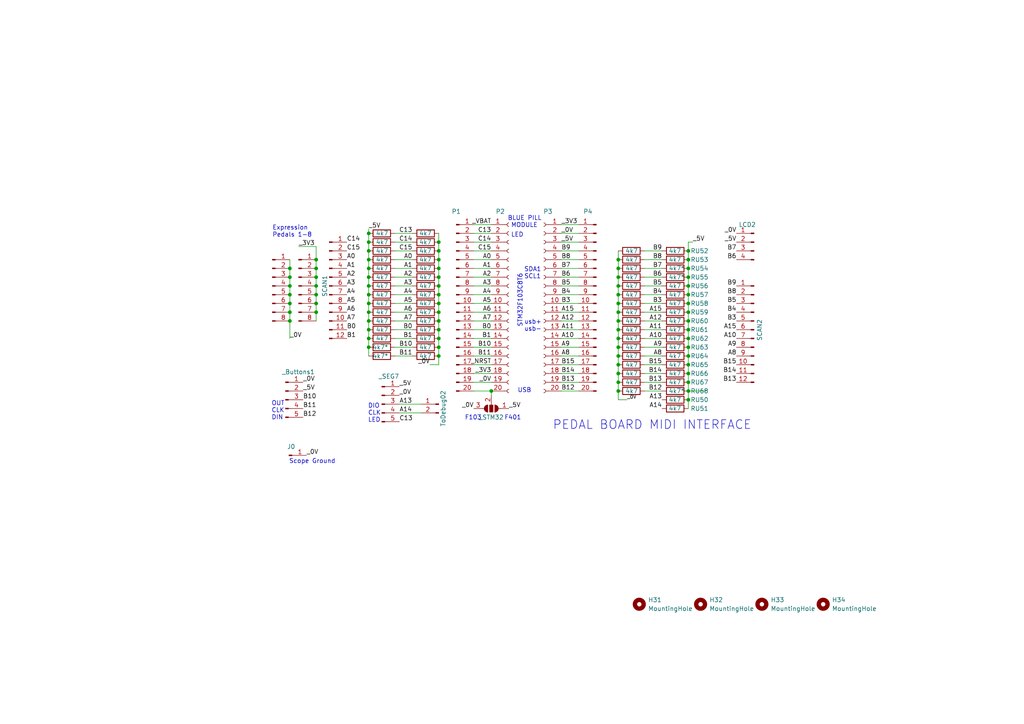
<source format=kicad_sch>
(kicad_sch (version 20211123) (generator eeschema)
  (paper "A4")
  (lib_symbols
    (symbol "Connector:Conn_01x01_Male" (pin_names (offset 1.016) hide)
      (property "Reference" "J" (at 0 2.54 0))
      (property "Value" "Conn_01x01_Male" (at 0 -2.54 0))
      (symbol "Conn_01x01_Male_1_1"
        (pin passive line (at 5.08 0 180) (length 3.81) (name "Pin_1") (number "1"))
      )
    )
    (symbol "Connector:Conn_01x02_Male" (pin_names (offset 1.016) hide)
      (property "Reference" "J" (at 0 2.54 0))
      (property "Value" "Conn_01x02_Male" (at 0 -5.08 0))
      (symbol "Conn_01x02_Male_1_1"
        (pin passive line (at 5.08 0 180) (length 3.81) (name "Pin_1") (number "1"))
        (pin passive line (at 5.08 -2.54 180) (length 3.81) (name "Pin_2") (number "2"))
      )
    )
    (symbol "Connector:Conn_01x04_Male" (pin_names (offset 1.016) hide)
      (property "Reference" "J" (at 0 5.08 0))
      (property "Value" "Conn_01x04_Male" (at 0 -7.62 0))
      (symbol "Conn_01x04_Male_1_1"
        (pin passive line (at 5.08 2.54 180) (length 3.81) (name "Pin_1") (number "1"))
        (pin passive line (at 5.08 0 180) (length 3.81) (name "Pin_2") (number "2"))
        (pin passive line (at 5.08 -2.54 180) (length 3.81) (name "Pin_3") (number "3"))
        (pin passive line (at 5.08 -5.08 180) (length 3.81) (name "Pin_4") (number "4"))
      )
    )
    (symbol "Connector:Conn_01x05_Male" (pin_names (offset 1.016) hide)
      (property "Reference" "J" (at 0 7.62 0))
      (property "Value" "Conn_01x05_Male" (at 0 -7.62 0))
      (symbol "Conn_01x05_Male_1_1"
        (pin passive line (at 5.08 5.08 180) (length 3.81) (name "Pin_1") (number "1"))
        (pin passive line (at 5.08 2.54 180) (length 3.81) (name "Pin_2") (number "2"))
        (pin passive line (at 5.08 0 180) (length 3.81) (name "Pin_3") (number "3"))
        (pin passive line (at 5.08 -2.54 180) (length 3.81) (name "Pin_4") (number "4"))
        (pin passive line (at 5.08 -5.08 180) (length 3.81) (name "Pin_5") (number "5"))
      )
    )
    (symbol "Connector:Conn_01x08_Male" (pin_names (offset 1.016) hide)
      (property "Reference" "J" (at 0 10.16 0))
      (property "Value" "Conn_01x08_Male" (at 0 -12.7 0))
      (symbol "Conn_01x08_Male_1_1"
        (pin passive line (at 5.08 7.62 180) (length 3.81) (name "Pin_1") (number "1"))
        (pin passive line (at 5.08 5.08 180) (length 3.81) (name "Pin_2") (number "2"))
        (pin passive line (at 5.08 2.54 180) (length 3.81) (name "Pin_3") (number "3"))
        (pin passive line (at 5.08 0 180) (length 3.81) (name "Pin_4") (number "4"))
        (pin passive line (at 5.08 -2.54 180) (length 3.81) (name "Pin_5") (number "5"))
        (pin passive line (at 5.08 -5.08 180) (length 3.81) (name "Pin_6") (number "6"))
        (pin passive line (at 5.08 -7.62 180) (length 3.81) (name "Pin_7") (number "7"))
        (pin passive line (at 5.08 -10.16 180) (length 3.81) (name "Pin_8") (number "8"))
      )
    )
    (symbol "Connector:Conn_01x12_Male" (pin_names (offset 1.016) hide)
      (property "Reference" "J" (at 0 15.24 0))
      (property "Value" "Conn_01x12_Male" (at 0 -17.78 0))
      (symbol "Conn_01x12_Male_1_1"
        (pin passive line (at 5.08 12.7 180) (length 3.81) (name "Pin_1") (number "1"))
        (pin passive line (at 5.08 -10.16 180) (length 3.81) (name "Pin_10") (number "10"))
        (pin passive line (at 5.08 -12.7 180) (length 3.81) (name "Pin_11") (number "11"))
        (pin passive line (at 5.08 -15.24 180) (length 3.81) (name "Pin_12") (number "12"))
        (pin passive line (at 5.08 10.16 180) (length 3.81) (name "Pin_2") (number "2"))
        (pin passive line (at 5.08 7.62 180) (length 3.81) (name "Pin_3") (number "3"))
        (pin passive line (at 5.08 5.08 180) (length 3.81) (name "Pin_4") (number "4"))
        (pin passive line (at 5.08 2.54 180) (length 3.81) (name "Pin_5") (number "5"))
        (pin passive line (at 5.08 0 180) (length 3.81) (name "Pin_6") (number "6"))
        (pin passive line (at 5.08 -2.54 180) (length 3.81) (name "Pin_7") (number "7"))
        (pin passive line (at 5.08 -5.08 180) (length 3.81) (name "Pin_8") (number "8"))
        (pin passive line (at 5.08 -7.62 180) (length 3.81) (name "Pin_9") (number "9"))
      )
    )
    (symbol "Connector:Conn_01x20_Female" (pin_names (offset 1.016) hide)
      (property "Reference" "J" (at 0 25.4 0))
      (property "Value" "Conn_01x20_Female" (at 0 -27.94 0))
      (symbol "Conn_01x20_Female_1_1"
        (pin passive line (at -5.08 22.86 0) (length 3.81) (name "Pin_1") (number "1"))
        (pin passive line (at -5.08 0 0) (length 3.81) (name "Pin_10") (number "10"))
        (pin passive line (at -5.08 -2.54 0) (length 3.81) (name "Pin_11") (number "11"))
        (pin passive line (at -5.08 -5.08 0) (length 3.81) (name "Pin_12") (number "12"))
        (pin passive line (at -5.08 -7.62 0) (length 3.81) (name "Pin_13") (number "13"))
        (pin passive line (at -5.08 -10.16 0) (length 3.81) (name "Pin_14") (number "14"))
        (pin passive line (at -5.08 -12.7 0) (length 3.81) (name "Pin_15") (number "15"))
        (pin passive line (at -5.08 -15.24 0) (length 3.81) (name "Pin_16") (number "16"))
        (pin passive line (at -5.08 -17.78 0) (length 3.81) (name "Pin_17") (number "17"))
        (pin passive line (at -5.08 -20.32 0) (length 3.81) (name "Pin_18") (number "18"))
        (pin passive line (at -5.08 -22.86 0) (length 3.81) (name "Pin_19") (number "19"))
        (pin passive line (at -5.08 20.32 0) (length 3.81) (name "Pin_2") (number "2"))
        (pin passive line (at -5.08 -25.4 0) (length 3.81) (name "Pin_20") (number "20"))
        (pin passive line (at -5.08 17.78 0) (length 3.81) (name "Pin_3") (number "3"))
        (pin passive line (at -5.08 15.24 0) (length 3.81) (name "Pin_4") (number "4"))
        (pin passive line (at -5.08 12.7 0) (length 3.81) (name "Pin_5") (number "5"))
        (pin passive line (at -5.08 10.16 0) (length 3.81) (name "Pin_6") (number "6"))
        (pin passive line (at -5.08 7.62 0) (length 3.81) (name "Pin_7") (number "7"))
        (pin passive line (at -5.08 5.08 0) (length 3.81) (name "Pin_8") (number "8"))
        (pin passive line (at -5.08 2.54 0) (length 3.81) (name "Pin_9") (number "9"))
      )
    )
    (symbol "Connector:Conn_01x20_Male" (pin_names (offset 1.016) hide)
      (property "Reference" "J" (at 0 25.4 0))
      (property "Value" "Conn_01x20_Male" (at 0 -27.94 0))
      (symbol "Conn_01x20_Male_1_1"
        (pin passive line (at 5.08 22.86 180) (length 3.81) (name "Pin_1") (number "1"))
        (pin passive line (at 5.08 0 180) (length 3.81) (name "Pin_10") (number "10"))
        (pin passive line (at 5.08 -2.54 180) (length 3.81) (name "Pin_11") (number "11"))
        (pin passive line (at 5.08 -5.08 180) (length 3.81) (name "Pin_12") (number "12"))
        (pin passive line (at 5.08 -7.62 180) (length 3.81) (name "Pin_13") (number "13"))
        (pin passive line (at 5.08 -10.16 180) (length 3.81) (name "Pin_14") (number "14"))
        (pin passive line (at 5.08 -12.7 180) (length 3.81) (name "Pin_15") (number "15"))
        (pin passive line (at 5.08 -15.24 180) (length 3.81) (name "Pin_16") (number "16"))
        (pin passive line (at 5.08 -17.78 180) (length 3.81) (name "Pin_17") (number "17"))
        (pin passive line (at 5.08 -20.32 180) (length 3.81) (name "Pin_18") (number "18"))
        (pin passive line (at 5.08 -22.86 180) (length 3.81) (name "Pin_19") (number "19"))
        (pin passive line (at 5.08 20.32 180) (length 3.81) (name "Pin_2") (number "2"))
        (pin passive line (at 5.08 -25.4 180) (length 3.81) (name "Pin_20") (number "20"))
        (pin passive line (at 5.08 17.78 180) (length 3.81) (name "Pin_3") (number "3"))
        (pin passive line (at 5.08 15.24 180) (length 3.81) (name "Pin_4") (number "4"))
        (pin passive line (at 5.08 12.7 180) (length 3.81) (name "Pin_5") (number "5"))
        (pin passive line (at 5.08 10.16 180) (length 3.81) (name "Pin_6") (number "6"))
        (pin passive line (at 5.08 7.62 180) (length 3.81) (name "Pin_7") (number "7"))
        (pin passive line (at 5.08 5.08 180) (length 3.81) (name "Pin_8") (number "8"))
        (pin passive line (at 5.08 2.54 180) (length 3.81) (name "Pin_9") (number "9"))
      )
    )
    (symbol "Device:R" (pin_numbers hide) (pin_names (offset 0))
      (property "Reference" "R" (at 2.032 0 90))
      (property "Value" "R" (at 0 0 90))
      (symbol "R_1_1"
        (pin passive line (at 0 3.81 270) (length 1.27) (name "~") (number "1"))
        (pin passive line (at 0 -3.81 90) (length 1.27) (name "~") (number "2"))
      )
    )
    (symbol "Jumper:SolderJumper_3_Open" (pin_names (offset 0) hide)
      (property "Reference" "JP" (at -2.54 -2.54 0))
      (property "Value" "SolderJumper_3_Open" (at 0 2.794 0))
      (symbol "SolderJumper_3_Open_1_1"
        (pin passive line (at -5.08 0 0) (length 2.54) (name "A") (number "1"))
        (pin passive line (at 0 -3.81 90) (length 2.54) (name "C") (number "2"))
        (pin passive line (at 5.08 0 180) (length 2.54) (name "B") (number "3"))
      )
    )
    (symbol "Mechanical:MountingHole" (pin_names (offset 1.016))
      (property "Reference" "H" (at 0 5.08 0))
      (property "Value" "MountingHole" (at 0 3.175 0))
    )
  )
  (junction (at 106.934 67.691))
  (junction (at 199.644 82.931))
  (junction (at 199.644 108.331))
  (junction (at 127.254 100.711))
  (junction (at 199.644 105.791))
  (junction (at 179.324 98.171))
  (junction (at 106.934 80.391))
  (junction (at 179.324 80.391))
  (junction (at 179.324 110.871))
  (junction (at 179.324 108.331))
  (junction (at 91.694 90.551))
  (junction (at 179.324 82.931))
  (junction (at 106.934 90.551))
  (junction (at 127.254 88.011))
  (junction (at 199.644 110.871))
  (junction (at 179.324 100.711))
  (junction (at 127.254 95.631))
  (junction (at 91.694 88.011))
  (junction (at 127.254 80.391))
  (junction (at 179.324 85.471))
  (junction (at 127.254 90.551))
  (junction (at 179.324 103.251))
  (junction (at 91.694 80.391))
  (junction (at 179.324 105.791))
  (junction (at 106.934 82.931))
  (junction (at 179.324 113.411))
  (junction (at 179.324 88.011))
  (junction (at 127.254 85.471))
  (junction (at 106.934 72.771))
  (junction (at 199.644 72.771))
  (junction (at 179.324 75.311))
  (junction (at 199.644 77.851))
  (junction (at 199.644 115.951))
  (junction (at 199.644 80.391))
  (junction (at 127.254 75.311))
  (junction (at 199.644 100.711))
  (junction (at 199.644 113.411))
  (junction (at 106.934 93.091))
  (junction (at 84.074 90.551))
  (junction (at 127.254 93.091))
  (junction (at 199.644 93.091))
  (junction (at 199.644 95.631))
  (junction (at 106.934 88.011))
  (junction (at 91.694 77.851))
  (junction (at 142.494 113.411))
  (junction (at 106.934 70.231))
  (junction (at 179.324 93.091))
  (junction (at 84.074 80.391))
  (junction (at 91.694 75.311))
  (junction (at 91.694 82.931))
  (junction (at 127.254 82.931))
  (junction (at 179.324 95.631))
  (junction (at 127.254 98.171))
  (junction (at 84.074 77.851))
  (junction (at 106.934 77.851))
  (junction (at 84.074 93.091))
  (junction (at 179.324 90.551))
  (junction (at 199.644 75.311))
  (junction (at 199.644 85.471))
  (junction (at 127.254 70.231))
  (junction (at 127.254 77.851))
  (junction (at 106.934 95.631))
  (junction (at 84.074 88.011))
  (junction (at 199.644 103.251))
  (junction (at 84.074 85.471))
  (junction (at 106.934 100.711))
  (junction (at 91.694 85.471))
  (junction (at 106.934 85.471))
  (junction (at 106.934 98.171))
  (junction (at 127.254 103.251))
  (junction (at 106.934 75.311))
  (junction (at 199.644 90.551))
  (junction (at 179.324 77.851))
  (junction (at 199.644 98.171))
  (junction (at 199.644 88.011))
  (junction (at 127.254 72.771))
  (junction (at 84.074 82.931))
  (wire (pts (xy 84.074 75.311) (xy 84.074 77.851)))
  (wire (pts (xy 179.324 72.771) (xy 179.324 75.311)))
  (wire (pts (xy 106.934 88.011) (xy 106.934 90.551)))
  (wire (pts (xy 199.644 113.411) (xy 199.644 115.951)))
  (wire (pts (xy 84.074 93.091) (xy 84.074 98.171)))
  (wire (pts (xy 199.644 100.711) (xy 199.644 103.251)))
  (wire (pts (xy 127.254 67.691) (xy 127.254 70.231)))
  (wire (pts (xy 186.944 98.171) (xy 192.024 98.171)))
  (wire (pts (xy 199.644 93.091) (xy 199.644 95.631)))
  (wire (pts (xy 91.694 90.551) (xy 91.694 93.091)))
  (wire (pts (xy 127.254 88.011) (xy 127.254 90.551)))
  (wire (pts (xy 162.814 72.771) (xy 167.894 72.771)))
  (wire (pts (xy 179.324 80.391) (xy 179.324 82.931)))
  (wire (pts (xy 91.694 82.931) (xy 91.694 85.471)))
  (wire (pts (xy 179.324 93.091) (xy 179.324 95.631)))
  (wire (pts (xy 119.634 90.551) (xy 114.554 90.551)))
  (wire (pts (xy 115.824 119.761) (xy 122.174 119.761)))
  (wire (pts (xy 106.934 67.691) (xy 106.934 70.231)))
  (wire (pts (xy 179.324 103.251) (xy 179.324 105.791)))
  (wire (pts (xy 162.814 75.311) (xy 167.894 75.311)))
  (wire (pts (xy 137.414 103.251) (xy 142.494 103.251)))
  (wire (pts (xy 179.324 75.311) (xy 179.324 77.851)))
  (wire (pts (xy 137.414 77.851) (xy 142.494 77.851)))
  (wire (pts (xy 137.414 72.771) (xy 142.494 72.771)))
  (wire (pts (xy 179.324 113.411) (xy 179.324 115.951)))
  (wire (pts (xy 186.944 77.851) (xy 192.024 77.851)))
  (wire (pts (xy 127.254 80.391) (xy 127.254 82.931)))
  (wire (pts (xy 179.324 95.631) (xy 179.324 98.171)))
  (wire (pts (xy 106.934 90.551) (xy 106.934 93.091)))
  (wire (pts (xy 127.254 98.171) (xy 127.254 100.711)))
  (wire (pts (xy 127.254 93.091) (xy 127.254 95.631)))
  (wire (pts (xy 91.694 77.851) (xy 91.694 80.391)))
  (wire (pts (xy 106.934 100.711) (xy 106.934 103.251)))
  (wire (pts (xy 127.254 70.231) (xy 127.254 72.771)))
  (wire (pts (xy 179.324 85.471) (xy 179.324 88.011)))
  (wire (pts (xy 137.414 82.931) (xy 142.494 82.931)))
  (wire (pts (xy 91.694 75.311) (xy 91.694 77.851)))
  (wire (pts (xy 200.914 70.231) (xy 199.644 70.231)))
  (wire (pts (xy 179.324 108.331) (xy 179.324 110.871)))
  (wire (pts (xy 119.634 82.931) (xy 114.554 82.931)))
  (wire (pts (xy 137.414 108.331) (xy 142.494 108.331)))
  (wire (pts (xy 137.414 98.171) (xy 142.494 98.171)))
  (wire (pts (xy 186.944 105.791) (xy 192.024 105.791)))
  (wire (pts (xy 127.254 85.471) (xy 127.254 88.011)))
  (wire (pts (xy 127.254 90.551) (xy 127.254 93.091)))
  (wire (pts (xy 119.634 88.011) (xy 114.554 88.011)))
  (wire (pts (xy 162.814 90.551) (xy 167.894 90.551)))
  (wire (pts (xy 91.694 75.311) (xy 91.694 71.501)))
  (wire (pts (xy 84.074 80.391) (xy 84.074 82.931)))
  (wire (pts (xy 127.254 72.771) (xy 127.254 75.311)))
  (wire (pts (xy 119.634 95.631) (xy 114.554 95.631)))
  (wire (pts (xy 179.324 100.711) (xy 179.324 103.251)))
  (wire (pts (xy 199.644 103.251) (xy 199.644 105.791)))
  (wire (pts (xy 119.634 98.171) (xy 114.554 98.171)))
  (wire (pts (xy 162.814 113.411) (xy 167.894 113.411)))
  (wire (pts (xy 91.694 88.011) (xy 91.694 90.551)))
  (wire (pts (xy 199.644 110.871) (xy 199.644 113.411)))
  (wire (pts (xy 106.934 95.631) (xy 106.934 98.171)))
  (wire (pts (xy 186.944 100.711) (xy 192.024 100.711)))
  (wire (pts (xy 137.414 95.631) (xy 142.494 95.631)))
  (wire (pts (xy 91.694 80.391) (xy 91.694 82.931)))
  (wire (pts (xy 162.814 93.091) (xy 167.894 93.091)))
  (wire (pts (xy 127.254 103.251) (xy 127.254 105.791)))
  (wire (pts (xy 186.944 110.871) (xy 192.024 110.871)))
  (wire (pts (xy 162.814 103.251) (xy 167.894 103.251)))
  (wire (pts (xy 115.824 117.221) (xy 122.174 117.221)))
  (wire (pts (xy 199.644 72.771) (xy 199.644 75.311)))
  (wire (pts (xy 199.644 85.471) (xy 199.644 88.011)))
  (wire (pts (xy 106.934 75.311) (xy 106.934 77.851)))
  (wire (pts (xy 84.074 82.931) (xy 84.074 85.471)))
  (wire (pts (xy 199.644 75.311) (xy 199.644 77.851)))
  (wire (pts (xy 162.814 80.391) (xy 167.894 80.391)))
  (wire (pts (xy 199.644 88.011) (xy 199.644 90.551)))
  (wire (pts (xy 119.634 72.771) (xy 114.554 72.771)))
  (wire (pts (xy 199.644 115.951) (xy 199.644 118.491)))
  (wire (pts (xy 186.944 108.331) (xy 192.024 108.331)))
  (wire (pts (xy 186.944 82.931) (xy 192.024 82.931)))
  (wire (pts (xy 142.494 113.411) (xy 142.494 114.681)))
  (wire (pts (xy 86.614 71.501) (xy 91.694 71.501)))
  (wire (pts (xy 106.934 77.851) (xy 106.934 80.391)))
  (wire (pts (xy 186.944 93.091) (xy 192.024 93.091)))
  (wire (pts (xy 162.814 100.711) (xy 167.894 100.711)))
  (wire (pts (xy 137.414 90.551) (xy 142.494 90.551)))
  (wire (pts (xy 179.324 115.951) (xy 181.864 115.951)))
  (wire (pts (xy 137.414 88.011) (xy 142.494 88.011)))
  (wire (pts (xy 137.414 67.691) (xy 142.494 67.691)))
  (wire (pts (xy 127.254 77.851) (xy 127.254 80.391)))
  (wire (pts (xy 186.944 75.311) (xy 192.024 75.311)))
  (wire (pts (xy 199.644 98.171) (xy 199.644 100.711)))
  (wire (pts (xy 106.934 70.231) (xy 106.934 72.771)))
  (wire (pts (xy 119.634 77.851) (xy 114.554 77.851)))
  (wire (pts (xy 199.644 80.391) (xy 199.644 82.931)))
  (wire (pts (xy 127.254 75.311) (xy 127.254 77.851)))
  (wire (pts (xy 106.934 93.091) (xy 106.934 95.631)))
  (wire (pts (xy 119.634 75.311) (xy 114.554 75.311)))
  (wire (pts (xy 119.634 100.711) (xy 114.554 100.711)))
  (wire (pts (xy 186.944 80.391) (xy 192.024 80.391)))
  (wire (pts (xy 127.254 100.711) (xy 127.254 103.251)))
  (wire (pts (xy 179.324 82.931) (xy 179.324 85.471)))
  (wire (pts (xy 186.944 90.551) (xy 192.024 90.551)))
  (wire (pts (xy 127.254 105.791) (xy 124.714 105.791)))
  (wire (pts (xy 119.634 93.091) (xy 114.554 93.091)))
  (wire (pts (xy 186.944 95.631) (xy 192.024 95.631)))
  (wire (pts (xy 162.814 108.331) (xy 167.894 108.331)))
  (wire (pts (xy 106.934 80.391) (xy 106.934 82.931)))
  (wire (pts (xy 137.414 100.711) (xy 142.494 100.711)))
  (wire (pts (xy 91.694 85.471) (xy 91.694 88.011)))
  (wire (pts (xy 179.324 77.851) (xy 179.324 80.391)))
  (wire (pts (xy 179.324 88.011) (xy 179.324 90.551)))
  (wire (pts (xy 186.944 85.471) (xy 192.024 85.471)))
  (wire (pts (xy 137.414 113.411) (xy 142.494 113.411)))
  (wire (pts (xy 186.944 113.411) (xy 192.024 113.411)))
  (wire (pts (xy 179.324 98.171) (xy 179.324 100.711)))
  (wire (pts (xy 179.324 90.551) (xy 179.324 93.091)))
  (wire (pts (xy 162.814 77.851) (xy 167.894 77.851)))
  (wire (pts (xy 119.634 103.251) (xy 114.554 103.251)))
  (wire (pts (xy 137.414 85.471) (xy 142.494 85.471)))
  (wire (pts (xy 84.074 77.851) (xy 84.074 80.391)))
  (wire (pts (xy 106.934 72.771) (xy 106.934 75.311)))
  (wire (pts (xy 186.944 103.251) (xy 192.024 103.251)))
  (wire (pts (xy 162.814 98.171) (xy 167.894 98.171)))
  (wire (pts (xy 137.414 65.151) (xy 142.494 65.151)))
  (wire (pts (xy 199.644 70.231) (xy 199.644 72.771)))
  (wire (pts (xy 186.944 72.771) (xy 192.024 72.771)))
  (wire (pts (xy 106.934 98.171) (xy 106.934 100.711)))
  (wire (pts (xy 137.414 105.791) (xy 142.494 105.791)))
  (wire (pts (xy 137.414 70.231) (xy 142.494 70.231)))
  (wire (pts (xy 199.644 82.931) (xy 199.644 85.471)))
  (wire (pts (xy 127.254 95.631) (xy 127.254 98.171)))
  (wire (pts (xy 119.634 80.391) (xy 114.554 80.391)))
  (wire (pts (xy 162.814 67.691) (xy 167.894 67.691)))
  (wire (pts (xy 127.254 82.931) (xy 127.254 85.471)))
  (wire (pts (xy 162.814 110.871) (xy 167.894 110.871)))
  (wire (pts (xy 84.074 85.471) (xy 84.074 88.011)))
  (wire (pts (xy 179.324 105.791) (xy 179.324 108.331)))
  (wire (pts (xy 119.634 67.691) (xy 114.554 67.691)))
  (wire (pts (xy 106.934 82.931) (xy 106.934 85.471)))
  (wire (pts (xy 137.414 110.871) (xy 142.494 110.871)))
  (wire (pts (xy 162.814 70.231) (xy 167.894 70.231)))
  (wire (pts (xy 186.944 88.011) (xy 192.024 88.011)))
  (wire (pts (xy 137.414 75.311) (xy 142.494 75.311)))
  (wire (pts (xy 162.814 85.471) (xy 167.894 85.471)))
  (wire (pts (xy 199.644 108.331) (xy 199.644 110.871)))
  (wire (pts (xy 199.644 77.851) (xy 199.644 80.391)))
  (wire (pts (xy 162.814 65.151) (xy 167.894 65.151)))
  (wire (pts (xy 199.644 90.551) (xy 199.644 93.091)))
  (wire (pts (xy 162.814 95.631) (xy 167.894 95.631)))
  (wire (pts (xy 137.414 93.091) (xy 142.494 93.091)))
  (wire (pts (xy 106.934 85.471) (xy 106.934 88.011)))
  (wire (pts (xy 106.934 66.421) (xy 106.934 67.691)))
  (wire (pts (xy 162.814 105.791) (xy 167.894 105.791)))
  (wire (pts (xy 179.324 110.871) (xy 179.324 113.411)))
  (wire (pts (xy 199.644 95.631) (xy 199.644 98.171)))
  (wire (pts (xy 84.074 90.551) (xy 84.074 93.091)))
  (wire (pts (xy 204.724 113.411) (xy 199.644 113.411)))
  (wire (pts (xy 199.644 105.791) (xy 199.644 108.331)))
  (wire (pts (xy 119.634 85.471) (xy 114.554 85.471)))
  (wire (pts (xy 84.074 88.011) (xy 84.074 90.551)))
  (wire (pts (xy 137.414 80.391) (xy 142.494 80.391)))
  (wire (pts (xy 162.814 88.011) (xy 167.894 88.011)))
  (wire (pts (xy 119.634 70.231) (xy 114.554 70.231)))
  (wire (pts (xy 162.814 82.931) (xy 167.894 82.931)))
  (text "F103       F401" (at 134.7978 121.9708 0) (effects (font (size 1.27 1.27)) (justify left bottom)))
  (text "Expression\nPedals 1-8" (at 78.994 68.961 0) (effects (font (size 1.27 1.27)) (justify left bottom)))
  (text "DIO\nCLK\nLED" (at 106.7308 122.6566 0) (effects (font (size 1.27 1.27)) (justify left bottom)))
  (text "PEDAL BOARD MIDI INTERFACE" (at 160.274 124.841 0) (effects (font (size 2.54 2.54)) (justify left bottom)))
  (text "  BLUE PILL\n   MODULE" (at 145.3134 66.167 0) (effects (font (size 1.27 1.27)) (justify left bottom)))
  (text "usb+\nusb-" (at 152.019 96.266 0) (effects (font (size 1.27 1.27)) (justify left bottom)))
  (text "Scope Ground" (at 83.82 134.62 0) (effects (font (size 1.27 1.27)) (justify left bottom)))
  (text "SDA1\nSCL1" (at 152.019 81.026 0) (effects (font (size 1.27 1.27)) (justify left bottom)))
  (text "LED" (at 148.209 68.961 0) (effects (font (size 1.27 1.27)) (justify left bottom)))
  (text "STM32F103C8T6" (at 151.6126 94.9706 90) (effects (font (size 1.27 1.27)) (justify left bottom)))
  (text "USB" (at 150.114 114.046 0) (effects (font (size 1.27 1.27)) (justify left bottom)))
  (text "OUT\nCLK\nDIN" (at 78.74 121.92 0) (effects (font (size 1.27 1.27)) (justify left bottom)))
  (label "_0V" (at 115.824 114.681 0))
  (label "_5V" (at 200.914 70.231 0))
  (label "_0V" (at 137.414 118.491 180))
  (label "B14" (at 213.614 108.331 180))
  (label "C14" (at 119.634 70.231 180))
  (label "_5V" (at 147.574 118.491 0))
  (label "_0V" (at 213.614 67.691 180))
  (label "A4" (at 142.494 85.471 180))
  (label "C13" (at 119.634 67.691 180))
  (label "B1" (at 142.494 98.171 180))
  (label "A3" (at 119.634 82.931 180))
  (label "B1" (at 100.584 98.171 0))
  (label "B15" (at 213.614 105.791 180))
  (label "A9" (at 213.614 100.711 180))
  (label "B3" (at 213.614 93.091 180))
  (label "A2" (at 142.494 80.391 180))
  (label "A7" (at 100.584 93.091 0))
  (label "B8" (at 192.024 75.311 180))
  (label "_0V" (at 162.814 67.691 0))
  (label "_5V" (at 162.814 70.231 0))
  (label "B8" (at 213.614 85.471 180))
  (label "B0" (at 119.634 95.631 180))
  (label "A1" (at 142.494 77.851 180))
  (label "_0V" (at 88.9 132.08 0))
  (label "B9" (at 162.814 72.771 0))
  (label "B6" (at 213.614 75.311 180))
  (label "B0" (at 100.584 95.631 0))
  (label "B12" (at 192.024 113.411 180))
  (label "A5" (at 100.584 88.011 0))
  (label "B13" (at 213.614 110.871 180))
  (label "_3V3" (at 162.814 65.151 0))
  (label "A8" (at 192.024 103.251 180))
  (label "C13" (at 115.824 122.301 0))
  (label "A3" (at 142.494 82.931 180))
  (label "_0V" (at 87.884 110.871 0))
  (label "A6" (at 142.494 90.551 180))
  (label "A15" (at 192.024 90.551 180))
  (label "B11" (at 119.634 103.251 180))
  (label "A6" (at 100.584 90.551 0))
  (label "C15" (at 142.494 72.771 180))
  (label "A9" (at 192.024 100.711 180))
  (label "B10" (at 87.884 115.951 0))
  (label "C14" (at 100.584 70.231 0))
  (label "B7" (at 213.614 72.771 180))
  (label "B4" (at 213.614 90.551 180))
  (label "B1" (at 119.634 98.171 180))
  (label "_0V" (at 84.074 98.171 0))
  (label "B13" (at 192.024 110.871 180))
  (label "A10" (at 162.814 98.171 0))
  (label "A14" (at 192.024 118.491 180))
  (label "A4" (at 100.584 85.471 0))
  (label "A0" (at 142.494 75.311 180))
  (label "A11" (at 162.814 95.631 0))
  (label "A10" (at 192.024 98.171 180))
  (label "B14" (at 192.024 108.331 180))
  (label "B13" (at 162.814 110.871 0))
  (label "_VBAT" (at 142.494 65.151 180))
  (label "B0" (at 142.494 95.631 180))
  (label "B5" (at 192.024 82.931 180))
  (label "A1" (at 100.584 77.851 0))
  (label "_5V" (at 115.824 112.141 0))
  (label "C13" (at 142.494 67.691 180))
  (label "B6" (at 192.024 80.391 180))
  (label "A15" (at 162.814 90.551 0))
  (label "A3" (at 100.584 82.931 0))
  (label "B5" (at 213.614 88.011 180))
  (label "A7" (at 119.634 93.091 180))
  (label "A4" (at 119.634 85.471 180))
  (label "B10" (at 142.494 100.711 180))
  (label "B11" (at 142.494 103.251 180))
  (label "B12" (at 162.814 113.411 0))
  (label "A7" (at 142.494 93.091 180))
  (label "B14" (at 162.814 108.331 0))
  (label "B3" (at 162.814 88.011 0))
  (label "A6" (at 119.634 90.551 180))
  (label "A14" (at 115.824 119.761 0))
  (label "B4" (at 162.814 85.471 0))
  (label "_5V" (at 106.934 66.421 0))
  (label "_5V" (at 213.614 70.231 180))
  (label "A0" (at 119.634 75.311 180))
  (label "B9" (at 213.614 82.931 180))
  (label "A8" (at 162.814 103.251 0))
  (label "A9" (at 162.814 100.711 0))
  (label "C14" (at 142.494 70.231 180))
  (label "_0V" (at 181.864 115.951 0) (effects (font (size 1 1))))
  (label "B6" (at 162.814 80.391 0))
  (label "B8" (at 162.814 75.311 0))
  (label "A0" (at 100.584 75.311 0))
  (label "A13" (at 192.024 115.951 180))
  (label "B4" (at 192.024 85.471 180))
  (label "A12" (at 192.024 93.091 180))
  (label "B11" (at 87.884 118.491 0))
  (label "A1" (at 119.634 77.851 180))
  (label "B7" (at 192.024 77.851 180))
  (label "B5" (at 162.814 82.931 0))
  (label "A2" (at 100.584 80.391 0))
  (label "B3" (at 192.024 88.011 180))
  (label "B7" (at 162.814 77.851 0))
  (label "A12" (at 162.814 93.091 0))
  (label "_3V3" (at 86.614 71.501 0))
  (label "B12" (at 87.884 121.031 0))
  (label "A2" (at 119.634 80.391 180))
  (label "A5" (at 142.494 88.011 180))
  (label "B9" (at 192.024 72.771 180))
  (label "B15" (at 192.024 105.791 180))
  (label "C15" (at 100.584 72.771 0))
  (label "_0V" (at 124.714 105.791 180))
  (label "B15" (at 162.814 105.791 0))
  (label "_NRST" (at 142.494 105.791 180))
  (label "_5V" (at 87.884 113.411 0))
  (label "A11" (at 192.024 95.631 180))
  (label "A5" (at 119.634 88.011 180))
  (label "A10" (at 213.614 98.171 180))
  (label "B10" (at 119.634 100.711 180))
  (label "C15" (at 119.634 72.771 180))
  (label "A15" (at 213.614 95.631 180))
  (label "_3V3" (at 142.494 108.331 180))
  (label "A8" (at 213.614 103.251 180))
  (label "_0V" (at 142.494 110.871 180))
  (label "A13" (at 115.824 117.221 0))
  (symbol (lib_id "Device:R") (at 123.444 93.091 270) (mirror x) (unit 1)
    (property "Reference" "RD43" (effects hide))
    (property "Value" "4k7" (at 121.539 93.091 90) (effects (justify left)))
    (property "Footprint" "Resistor_SMD:R_0805_2012Metric_Pad1.20x1.40mm_HandSolder" (effects hide))
  )
  (symbol (lib_id "Device:R") (at 110.744 90.551 90) (unit 1)
    (property "Reference" "RU44" (effects hide))
    (property "Value" "4k7" (at 112.649 90.551 90) (effects (justify left)))
    (property "Footprint" "Resistor_SMD:R_0805_2012Metric_Pad1.20x1.40mm_HandSolder" (effects hide))
  )
  (symbol (lib_id "Device:R") (at 110.744 93.091 90) (unit 1)
    (property "Reference" "RU45" (effects hide))
    (property "Value" "4k7" (at 112.649 93.091 90) (effects (justify left)))
    (property "Footprint" "Resistor_SMD:R_0805_2012Metric_Pad1.20x1.40mm_HandSolder" (effects hide))
  )
  (symbol (lib_id "Connector:Conn_01x20_Female") (at 147.574 88.011 0) (unit 1)
    (property "Reference" "P2" (at 143.764 61.341 0) (effects (justify left)))
    (property "Value" "Conn_01x20_Female" (effects hide))
    (property "Footprint" "Connector_PinHeader_2.54mm:PinHeader_1x20_P2.54mm_Vertical" (effects hide))
  )
  (symbol (lib_id "Device:R") (at 123.444 77.851 270) (mirror x) (unit 1)
    (property "Reference" "RD37" (effects hide))
    (property "Value" "4k7" (at 121.539 77.851 90) (effects (justify left)))
    (property "Footprint" "Resistor_SMD:R_0805_2012Metric_Pad1.20x1.40mm_HandSolder" (effects hide))
  )
  (symbol (lib_id "Device:R") (at 110.744 88.011 90) (unit 1)
    (property "Reference" "RU43" (effects hide))
    (property "Value" "4k7" (at 112.649 88.011 90) (effects (justify left)))
    (property "Footprint" "Resistor_SMD:R_0805_2012Metric_Pad1.20x1.40mm_HandSolder" (effects hide))
  )
  (symbol (lib_id "Device:R") (at 123.444 75.311 270) (mirror x) (unit 1)
    (property "Reference" "RD36" (effects hide))
    (property "Value" "4k7" (at 121.539 75.311 90) (effects (justify left)))
    (property "Footprint" "Resistor_SMD:R_0805_2012Metric_Pad1.20x1.40mm_HandSolder" (effects hide))
  )
  (symbol (lib_id "Device:R") (at 183.134 85.471 90) (unit 1)
    (property "Reference" "RD53" (effects hide))
    (property "Value" "4k7" (at 185.039 85.471 90) (effects (justify left)))
    (property "Footprint" "Resistor_SMD:R_0805_2012Metric_Pad1.20x1.40mm_HandSolder" (effects hide))
  )
  (symbol (lib_id "Connector:Conn_01x05_Male") (at 110.744 117.221 0) (unit 1)
    (property "Reference" "_SEG7" (at 115.7732 109.1692 0) (effects (justify right)))
    (property "Value" "Conn_01x05_Male" (effects hide))
    (property "Footprint" "Connector_PinHeader_2.54mm:PinHeader_1x05_P2.54mm_Vertical" (effects hide))
  )
  (symbol (lib_id "Connector:Conn_01x05_Male") (at 82.804 115.951 0) (unit 1)
    (property "Reference" "_Buttons1" (at 86.5124 107.8738 0))
    (property "Value" "Conn_01x05_Male" (effects hide))
    (property "Footprint" "Connector_PinHeader_2.54mm:PinHeader_1x05_P2.54mm_Vertical" (effects hide))
  )
  (symbol (lib_id "Device:R") (at 195.834 100.711 270) (mirror x) (unit 1)
    (property "Reference" "RU63" (at 200.279 100.711 90) (effects (justify left)))
    (property "Value" "4k7" (at 193.929 100.711 90) (effects (justify left)))
    (property "Footprint" "Resistor_SMD:R_0805_2012Metric_Pad1.20x1.40mm_HandSolder" (effects hide))
  )
  (symbol (lib_id "Device:R") (at 195.834 77.851 270) (mirror x) (unit 1)
    (property "Reference" "RU54" (at 200.279 77.851 90) (effects (justify left)))
    (property "Value" "4k7*" (at 193.929 77.851 90) (effects (justify left)))
    (property "Footprint" "Resistor_SMD:R_0805_2012Metric_Pad1.20x1.40mm_HandSolder" (effects hide))
  )
  (symbol (lib_id "Device:R") (at 183.134 72.771 90) (unit 1)
    (property "Reference" "RD48" (effects hide))
    (property "Value" "4k7" (at 185.039 72.771 90) (effects (justify left)))
    (property "Footprint" "Resistor_SMD:R_0805_2012Metric_Pad1.20x1.40mm_HandSolder" (effects hide))
  )
  (symbol (lib_id "Device:R") (at 123.444 100.711 270) (mirror x) (unit 1)
    (property "Reference" "RD46" (effects hide))
    (property "Value" "4k7" (at 121.539 100.711 90) (effects (justify left)))
    (property "Footprint" "Resistor_SMD:R_0805_2012Metric_Pad1.20x1.40mm_HandSolder" (effects hide))
  )
  (symbol (lib_id "Device:R") (at 110.744 70.231 90) (unit 1)
    (property "Reference" "RU36" (effects hide))
    (property "Value" "4k7" (at 112.649 70.231 90) (effects (justify left)))
    (property "Footprint" "Resistor_SMD:R_0805_2012Metric_Pad1.20x1.40mm_HandSolder" (effects hide))
  )
  (symbol (lib_id "Device:R") (at 123.444 103.251 270) (mirror x) (unit 1)
    (property "Reference" "RD47" (effects hide))
    (property "Value" "4k7" (at 121.539 103.251 90) (effects (justify left)))
    (property "Footprint" "Resistor_SMD:R_0805_2012Metric_Pad1.20x1.40mm_HandSolder" (effects hide))
  )
  (symbol (lib_id "Device:R") (at 183.134 93.091 90) (unit 1)
    (property "Reference" "RD56" (effects hide))
    (property "Value" "4k7" (at 185.039 93.091 90) (effects (justify left)))
    (property "Footprint" "Resistor_SMD:R_0805_2012Metric_Pad1.20x1.40mm_HandSolder" (effects hide))
  )
  (symbol (lib_id "Device:R") (at 195.834 108.331 270) (mirror x) (unit 1)
    (property "Reference" "RU66" (at 200.279 108.331 90) (effects (justify left)))
    (property "Value" "4k7" (at 193.929 108.331 90) (effects (justify left)))
    (property "Footprint" "Resistor_SMD:R_0805_2012Metric_Pad1.20x1.40mm_HandSolder" (effects hide))
  )
  (symbol (lib_id "Device:R") (at 123.444 98.171 270) (mirror x) (unit 1)
    (property "Reference" "RD45" (effects hide))
    (property "Value" "4k7" (at 121.539 98.171 90) (effects (justify left)))
    (property "Footprint" "Resistor_SMD:R_0805_2012Metric_Pad1.20x1.40mm_HandSolder" (effects hide))
  )
  (symbol (lib_id "Connector:Conn_01x01_Male") (at 83.82 132.08 0) (unit 1)
    (property "Reference" "J0" (at 84.455 129.54 0))
    (property "Value" "Conn_01x01_Male" (effects hide))
    (property "Footprint" "Connector_PinHeader_2.54mm:PinHeader_1x01_P2.54mm_Vertical" (effects hide))
  )
  (symbol (lib_id "Device:R") (at 195.834 103.251 270) (mirror x) (unit 1)
    (property "Reference" "RU64" (at 200.279 103.251 90) (effects (justify left)))
    (property "Value" "4k7" (at 193.929 103.251 90) (effects (justify left)))
    (property "Footprint" "Resistor_SMD:R_0805_2012Metric_Pad1.20x1.40mm_HandSolder" (effects hide))
  )
  (symbol (lib_id "Device:R") (at 183.134 95.631 90) (unit 1)
    (property "Reference" "RD57" (effects hide))
    (property "Value" "4k7" (at 185.039 95.631 90) (effects (justify left)))
    (property "Footprint" "Resistor_SMD:R_0805_2012Metric_Pad1.20x1.40mm_HandSolder" (effects hide))
  )
  (symbol (lib_id "Device:R") (at 195.834 90.551 270) (mirror x) (unit 1)
    (property "Reference" "RU59" (at 200.279 90.551 90) (effects (justify left)))
    (property "Value" "4k7" (at 193.929 90.551 90) (effects (justify left)))
    (property "Footprint" "Resistor_SMD:R_0805_2012Metric_Pad1.20x1.40mm_HandSolder" (effects hide))
  )
  (symbol (lib_id "Device:R") (at 195.834 82.931 270) (mirror x) (unit 1)
    (property "Reference" "RU56" (at 200.279 82.931 90) (effects (justify left)))
    (property "Value" "4k7" (at 193.929 82.931 90) (effects (justify left)))
    (property "Footprint" "Resistor_SMD:R_0805_2012Metric_Pad1.20x1.40mm_HandSolder" (effects hide))
  )
  (symbol (lib_id "Jumper:SolderJumper_3_Open") (at 142.494 118.491 180) (unit 1)
    (property "Reference" "_STM32" (at 142.494 121.031 0))
    (property "Value" "SolderJumper_3_Open" (effects hide))
    (property "Footprint" "Jumper:SolderJumper-3_P1.3mm_Open_RoundedPad1.0x1.5mm_NumberLabels" (effects hide))
  )
  (symbol (lib_id "Device:R") (at 110.744 75.311 90) (unit 1)
    (property "Reference" "RU38" (effects hide))
    (property "Value" "4k7" (at 112.649 75.311 90) (effects (justify left)))
    (property "Footprint" "Resistor_SMD:R_0805_2012Metric_Pad1.20x1.40mm_HandSolder" (effects hide))
  )
  (symbol (lib_id "Device:R") (at 195.834 85.471 270) (mirror x) (unit 1)
    (property "Reference" "RU57" (at 200.279 85.471 90) (effects (justify left)))
    (property "Value" "4k7" (at 193.929 85.471 90) (effects (justify left)))
    (property "Footprint" "Resistor_SMD:R_0805_2012Metric_Pad1.20x1.40mm_HandSolder" (effects hide))
  )
  (symbol (lib_id "Device:R") (at 183.134 77.851 90) (unit 1)
    (property "Reference" "RD50" (effects hide))
    (property "Value" "4k7" (at 185.039 77.851 90) (effects (justify left)))
    (property "Footprint" "Resistor_SMD:R_0805_2012Metric_Pad1.20x1.40mm_HandSolder" (effects hide))
  )
  (symbol (lib_id "Device:R") (at 110.744 100.711 90) (unit 1)
    (property "Reference" "RU48" (effects hide))
    (property "Value" "4k7*" (at 112.649 100.711 90) (effects (justify left)))
    (property "Footprint" "Resistor_SMD:R_0805_2012Metric_Pad1.20x1.40mm_HandSolder" (effects hide))
  )
  (symbol (lib_id "Device:R") (at 195.834 118.491 270) (mirror x) (unit 1)
    (property "Reference" "RU51" (at 200.279 118.491 90) (effects (justify left)))
    (property "Value" "4k7" (at 193.929 118.491 90) (effects (justify left)))
    (property "Footprint" "Resistor_SMD:R_0805_2012Metric_Pad1.20x1.40mm_HandSolder" (effects hide))
  )
  (symbol (lib_id "Device:R") (at 183.134 80.391 90) (unit 1)
    (property "Reference" "RD51" (effects hide))
    (property "Value" "4k7" (at 185.039 80.391 90) (effects (justify left)))
    (property "Footprint" "Resistor_SMD:R_0805_2012Metric_Pad1.20x1.40mm_HandSolder" (effects hide))
  )
  (symbol (lib_id "Device:R") (at 110.744 77.851 90) (unit 1)
    (property "Reference" "RU39" (effects hide))
    (property "Value" "4k7" (at 112.649 77.851 90) (effects (justify left)))
    (property "Footprint" "Resistor_SMD:R_0805_2012Metric_Pad1.20x1.40mm_HandSolder" (effects hide))
  )
  (symbol (lib_id "Connector:Conn_01x20_Male") (at 132.334 88.011 0) (unit 1)
    (property "Reference" "P1" (at 132.334 61.341 0))
    (property "Value" "Conn_01x20_Male" (effects hide))
    (property "Footprint" "Connector_PinHeader_2.54mm:PinHeader_1x20_P2.54mm_Vertical" (effects hide))
  )
  (symbol (lib_id "Device:R") (at 195.834 72.771 270) (mirror x) (unit 1)
    (property "Reference" "RU52" (at 200.279 72.771 90) (effects (justify left)))
    (property "Value" "4k7" (at 193.929 72.771 90) (effects (justify left)))
    (property "Footprint" "Resistor_SMD:R_0805_2012Metric_Pad1.20x1.40mm_HandSolder" (effects hide))
  )
  (symbol (lib_id "Device:R") (at 110.744 85.471 90) (unit 1)
    (property "Reference" "RU42" (effects hide))
    (property "Value" "4k7" (at 112.649 85.471 90) (effects (justify left)))
    (property "Footprint" "Resistor_SMD:R_0805_2012Metric_Pad1.20x1.40mm_HandSolder" (effects hide))
  )
  (symbol (lib_id "Device:R") (at 123.444 95.631 270) (mirror x) (unit 1)
    (property "Reference" "RD44" (effects hide))
    (property "Value" "4k7" (at 121.539 95.631 90) (effects (justify left)))
    (property "Footprint" "Resistor_SMD:R_0805_2012Metric_Pad1.20x1.40mm_HandSolder" (effects hide))
  )
  (symbol (lib_id "Device:R") (at 195.834 105.791 270) (mirror x) (unit 1)
    (property "Reference" "RU65" (at 200.279 105.791 90) (effects (justify left)))
    (property "Value" "4k7" (at 193.929 105.791 90) (effects (justify left)))
    (property "Footprint" "Resistor_SMD:R_0805_2012Metric_Pad1.20x1.40mm_HandSolder" (effects hide))
  )
  (symbol (lib_id "Device:R") (at 123.444 70.231 270) (mirror x) (unit 1)
    (property "Reference" "RD34" (effects hide))
    (property "Value" "4k7" (at 121.539 70.231 90) (effects (justify left)))
    (property "Footprint" "Resistor_SMD:R_0805_2012Metric_Pad1.20x1.40mm_HandSolder" (effects hide))
  )
  (symbol (lib_id "Device:R") (at 183.134 90.551 90) (unit 1)
    (property "Reference" "RD55" (effects hide))
    (property "Value" "4k7" (at 185.039 90.551 90) (effects (justify left)))
    (property "Footprint" "Resistor_SMD:R_0805_2012Metric_Pad1.20x1.40mm_HandSolder" (effects hide))
  )
  (symbol (lib_id "Device:R") (at 183.134 75.311 90) (unit 1)
    (property "Reference" "RD49" (effects hide))
    (property "Value" "4k7" (at 185.039 75.311 90) (effects (justify left)))
    (property "Footprint" "Resistor_SMD:R_0805_2012Metric_Pad1.20x1.40mm_HandSolder" (effects hide))
  )
  (symbol (lib_id "Device:R") (at 195.834 75.311 270) (mirror x) (unit 1)
    (property "Reference" "RU53" (at 200.279 75.311 90) (effects (justify left)))
    (property "Value" "4k7" (at 193.929 75.311 90) (effects (justify left)))
    (property "Footprint" "Resistor_SMD:R_0805_2012Metric_Pad1.20x1.40mm_HandSolder" (effects hide))
  )
  (symbol (lib_id "Connector:Conn_01x04_Male") (at 218.694 70.231 0) (mirror y) (unit 1)
    (property "Reference" "LCD2" (at 214.249 65.151 0) (effects (justify right)))
    (property "Value" "Conn_01x04_Male" (effects hide))
    (property "Footprint" "Connector_PinHeader_2.54mm:PinHeader_1x04_P2.54mm_Vertical" (effects hide))
  )
  (symbol (lib_id "Mechanical:MountingHole") (at 220.98 175.26 0) (unit 1)
    (property "Reference" "H33" (at 223.52 173.9899 0) (effects (justify left)))
    (property "Value" "MountingHole" (at 223.52 176.5299 0) (effects (justify left)))
    (property "Footprint" "MountingHole:MountingHole_3.2mm_M3" (effects hide))
  )
  (symbol (lib_id "Device:R") (at 183.134 103.251 90) (unit 1)
    (property "Reference" "RD60" (effects hide))
    (property "Value" "4k7" (at 185.039 103.251 90) (effects (justify left)))
    (property "Footprint" "Resistor_SMD:R_0805_2012Metric_Pad1.20x1.40mm_HandSolder" (effects hide))
  )
  (symbol (lib_id "Device:R") (at 123.444 85.471 270) (mirror x) (unit 1)
    (property "Reference" "RD40" (effects hide))
    (property "Value" "4k7" (at 121.539 85.471 90) (effects (justify left)))
    (property "Footprint" "Resistor_SMD:R_0805_2012Metric_Pad1.20x1.40mm_HandSolder" (effects hide))
  )
  (symbol (lib_id "Device:R") (at 110.744 80.391 90) (unit 1)
    (property "Reference" "RU40" (effects hide))
    (property "Value" "4k7" (at 112.649 80.391 90) (effects (justify left)))
    (property "Footprint" "Resistor_SMD:R_0805_2012Metric_Pad1.20x1.40mm_HandSolder" (effects hide))
  )
  (symbol (lib_id "Device:R") (at 123.444 82.931 270) (mirror x) (unit 1)
    (property "Reference" "RD39" (effects hide))
    (property "Value" "4k7" (at 121.539 82.931 90) (effects (justify left)))
    (property "Footprint" "Resistor_SMD:R_0805_2012Metric_Pad1.20x1.40mm_HandSolder" (effects hide))
  )
  (symbol (lib_id "Mechanical:MountingHole") (at 203.2 175.26 0) (unit 1)
    (property "Reference" "H32" (at 205.74 173.9899 0) (effects (justify left)))
    (property "Value" "MountingHole" (at 205.74 176.5299 0) (effects (justify left)))
    (property "Footprint" "MountingHole:MountingHole_3.2mm_M3" (effects hide))
  )
  (symbol (lib_id "Device:R") (at 183.134 100.711 90) (unit 1)
    (property "Reference" "RD59" (effects hide))
    (property "Value" "4k7" (at 185.039 100.711 90) (effects (justify left)))
    (property "Footprint" "Resistor_SMD:R_0805_2012Metric_Pad1.20x1.40mm_HandSolder" (effects hide))
  )
  (symbol (lib_id "Device:R") (at 110.744 98.171 90) (unit 1)
    (property "Reference" "RU47" (effects hide))
    (property "Value" "4k7" (at 112.649 98.171 90) (effects (justify left)))
    (property "Footprint" "Resistor_SMD:R_0805_2012Metric_Pad1.20x1.40mm_HandSolder" (effects hide))
  )
  (symbol (lib_id "Device:R") (at 183.134 110.871 90) (unit 1)
    (property "Reference" "RD63" (effects hide))
    (property "Value" "4k7" (at 185.039 110.871 90) (effects (justify left)))
    (property "Footprint" "Resistor_SMD:R_0805_2012Metric_Pad1.20x1.40mm_HandSolder" (effects hide))
  )
  (symbol (lib_id "Connector:Conn_01x08_Male") (at 86.614 82.931 0) (unit 1)
    (property "Reference" "3V3" (effects hide))
    (property "Value" "Conn_01x08_Male" (effects hide))
    (property "Footprint" "Connector_PinHeader_2.54mm:PinHeader_1x08_P2.54mm_Vertical" (effects hide))
  )
  (symbol (lib_id "Device:R") (at 195.834 80.391 270) (mirror x) (unit 1)
    (property "Reference" "RU55" (at 200.279 80.391 90) (effects (justify left)))
    (property "Value" "4k7*" (at 193.929 80.391 90) (effects (justify left)))
    (property "Footprint" "Resistor_SMD:R_0805_2012Metric_Pad1.20x1.40mm_HandSolder" (effects hide))
  )
  (symbol (lib_id "Device:R") (at 110.744 103.251 90) (unit 1)
    (property "Reference" "RU49" (effects hide))
    (property "Value" "4k7*" (at 112.649 103.251 90) (effects (justify left)))
    (property "Footprint" "Resistor_SMD:R_0805_2012Metric_Pad1.20x1.40mm_HandSolder" (effects hide))
  )
  (symbol (lib_id "Connector:Conn_01x08_Male") (at 78.994 82.931 0) (unit 1)
    (property "Reference" "V0" (effects hide))
    (property "Value" "Conn_01x08_Male" (effects hide))
    (property "Footprint" "Connector_PinHeader_2.54mm:PinHeader_1x08_P2.54mm_Vertical" (effects hide))
  )
  (symbol (lib_id "Device:R") (at 195.834 110.871 270) (mirror x) (unit 1)
    (property "Reference" "RU67" (at 200.279 110.871 90) (effects (justify left)))
    (property "Value" "4k7" (at 193.929 110.871 90) (effects (justify left)))
    (property "Footprint" "Resistor_SMD:R_0805_2012Metric_Pad1.20x1.40mm_HandSolder" (effects hide))
  )
  (symbol (lib_id "Device:R") (at 195.834 93.091 270) (mirror x) (unit 1)
    (property "Reference" "RU60" (at 200.279 93.091 90) (effects (justify left)))
    (property "Value" "4k7" (at 193.929 93.091 90) (effects (justify left)))
    (property "Footprint" "Resistor_SMD:R_0805_2012Metric_Pad1.20x1.40mm_HandSolder" (effects hide))
  )
  (symbol (lib_id "Device:R") (at 195.834 98.171 270) (mirror x) (unit 1)
    (property "Reference" "RU62" (at 200.279 98.171 90) (effects (justify left)))
    (property "Value" "4k7" (at 193.929 98.171 90) (effects (justify left)))
    (property "Footprint" "Resistor_SMD:R_0805_2012Metric_Pad1.20x1.40mm_HandSolder" (effects hide))
  )
  (symbol (lib_id "Device:R") (at 123.444 72.771 270) (mirror x) (unit 1)
    (property "Reference" "RD35" (effects hide))
    (property "Value" "4k7" (at 121.539 72.771 90) (effects (justify left)))
    (property "Footprint" "Resistor_SMD:R_0805_2012Metric_Pad1.20x1.40mm_HandSolder" (effects hide))
  )
  (symbol (lib_id "Connector:Conn_01x02_Male") (at 127.254 117.221 0) (mirror y) (unit 1)
    (property "Reference" "ToDebug02" (at 128.524 118.491 90))
    (property "Value" "Conn_01x02_Male" (effects hide))
    (property "Footprint" "Connector_PinHeader_2.54mm:PinHeader_1x02_P2.54mm_Vertical" (effects hide))
  )
  (symbol (lib_id "Device:R") (at 110.744 67.691 90) (unit 1)
    (property "Reference" "RU35" (effects hide))
    (property "Value" "4k7" (at 112.649 67.691 90) (effects (justify left)))
    (property "Footprint" "Resistor_SMD:R_0805_2012Metric_Pad1.20x1.40mm_HandSolder" (effects hide))
  )
  (symbol (lib_id "Device:R") (at 183.134 108.331 90) (unit 1)
    (property "Reference" "RD62" (effects hide))
    (property "Value" "4k7" (at 185.039 108.331 90) (effects (justify left)))
    (property "Footprint" "Resistor_SMD:R_0805_2012Metric_Pad1.20x1.40mm_HandSolder" (effects hide))
  )
  (symbol (lib_id "Device:R") (at 123.444 80.391 270) (mirror x) (unit 1)
    (property "Reference" "RD38" (effects hide))
    (property "Value" "4k7" (at 121.539 80.391 90) (effects (justify left)))
    (property "Footprint" "Resistor_SMD:R_0805_2012Metric_Pad1.20x1.40mm_HandSolder" (effects hide))
  )
  (symbol (lib_id "Device:R") (at 123.444 67.691 270) (mirror x) (unit 1)
    (property "Reference" "RD33" (effects hide))
    (property "Value" "4k7" (at 121.539 67.691 90) (effects (justify left)))
    (property "Footprint" "Resistor_SMD:R_0805_2012Metric_Pad1.20x1.40mm_HandSolder" (effects hide))
  )
  (symbol (lib_id "Device:R") (at 183.134 113.411 90) (unit 1)
    (property "Reference" "RD64" (effects hide))
    (property "Value" "4k7" (at 185.039 113.411 90) (effects (justify left)))
    (property "Footprint" "Resistor_SMD:R_0805_2012Metric_Pad1.20x1.40mm_HandSolder" (effects hide))
  )
  (symbol (lib_id "Device:R") (at 183.134 88.011 90) (unit 1)
    (property "Reference" "RD54" (effects hide))
    (property "Value" "4k7" (at 185.039 88.011 90) (effects (justify left)))
    (property "Footprint" "Resistor_SMD:R_0805_2012Metric_Pad1.20x1.40mm_HandSolder" (effects hide))
  )
  (symbol (lib_id "Device:R") (at 183.134 98.171 90) (unit 1)
    (property "Reference" "RD58" (effects hide))
    (property "Value" "4k7" (at 185.039 98.171 90) (effects (justify left)))
    (property "Footprint" "Resistor_SMD:R_0805_2012Metric_Pad1.20x1.40mm_HandSolder" (effects hide))
  )
  (symbol (lib_id "Device:R") (at 110.744 72.771 90) (unit 1)
    (property "Reference" "RU37" (effects hide))
    (property "Value" "4k7" (at 112.649 72.771 90) (effects (justify left)))
    (property "Footprint" "Resistor_SMD:R_0805_2012Metric_Pad1.20x1.40mm_HandSolder" (effects hide))
  )
  (symbol (lib_id "Connector:Conn_01x12_Male") (at 95.504 82.931 0) (unit 1)
    (property "Reference" "SCAN1" (at 94.2086 79.8068 90) (effects (justify right)))
    (property "Value" "Conn_01x12_Male" (effects hide))
    (property "Footprint" "Connector_PinHeader_2.54mm:PinHeader_1x12_P2.54mm_Vertical" (effects hide))
  )
  (symbol (lib_id "Device:R") (at 195.834 95.631 270) (mirror x) (unit 1)
    (property "Reference" "RU61" (at 200.279 95.631 90) (effects (justify left)))
    (property "Value" "4k7" (at 193.929 95.631 90) (effects (justify left)))
    (property "Footprint" "Resistor_SMD:R_0805_2012Metric_Pad1.20x1.40mm_HandSolder" (effects hide))
  )
  (symbol (lib_id "Device:R") (at 195.834 88.011 270) (mirror x) (unit 1)
    (property "Reference" "RU58" (at 200.279 88.011 90) (effects (justify left)))
    (property "Value" "4k7" (at 193.929 88.011 90) (effects (justify left)))
    (property "Footprint" "Resistor_SMD:R_0805_2012Metric_Pad1.20x1.40mm_HandSolder" (effects hide))
  )
  (symbol (lib_id "Device:R") (at 183.134 82.931 90) (unit 1)
    (property "Reference" "RD52" (effects hide))
    (property "Value" "4k7" (at 185.039 82.931 90) (effects (justify left)))
    (property "Footprint" "Resistor_SMD:R_0805_2012Metric_Pad1.20x1.40mm_HandSolder" (effects hide))
  )
  (symbol (lib_id "Connector:Conn_01x12_Male") (at 218.694 95.631 0) (mirror y) (unit 1)
    (property "Reference" "SCAN2" (at 220.3196 92.5576 90) (effects (justify right)))
    (property "Value" "Conn_01x12_Male" (effects hide))
    (property "Footprint" "Connector_PinHeader_2.54mm:PinHeader_1x12_P2.54mm_Vertical" (effects hide))
  )
  (symbol (lib_id "Mechanical:MountingHole") (at 238.76 175.26 0) (unit 1)
    (property "Reference" "H34" (at 241.3 173.9899 0) (effects (justify left)))
    (property "Value" "MountingHole" (at 241.3 176.5299 0) (effects (justify left)))
    (property "Footprint" "MountingHole:MountingHole_3.2mm_M3" (effects hide))
  )
  (symbol (lib_id "Connector:Conn_01x20_Female") (at 157.734 88.011 0) (mirror y) (unit 1)
    (property "Reference" "P3" (at 160.274 61.341 0) (effects (justify left)))
    (property "Value" "Conn_01x20_Female" (effects hide))
    (property "Footprint" "Connector_PinHeader_2.54mm:PinHeader_1x20_P2.54mm_Vertical" (effects hide))
  )
  (symbol (lib_id "Mechanical:MountingHole") (at 185.42 175.26 0) (unit 1)
    (property "Reference" "H31" (at 187.96 173.9899 0) (effects (justify left)))
    (property "Value" "MountingHole" (at 187.96 176.5299 0) (effects (justify left)))
    (property "Footprint" "MountingHole:MountingHole_3.2mm_M3" (effects hide))
  )
  (symbol (lib_id "Connector:Conn_01x20_Male") (at 172.974 88.011 0) (mirror y) (unit 1)
    (property "Reference" "P4" (at 169.164 61.341 0) (effects (justify right)))
    (property "Value" "Conn_01x20_Male" (effects hide))
    (property "Footprint" "Connector_PinHeader_2.54mm:PinHeader_1x20_P2.54mm_Vertical" (effects hide))
  )
  (symbol (lib_id "Device:R") (at 123.444 88.011 270) (mirror x) (unit 1)
    (property "Reference" "RD41" (effects hide))
    (property "Value" "4k7" (at 121.539 88.011 90) (effects (justify left)))
    (property "Footprint" "Resistor_SMD:R_0805_2012Metric_Pad1.20x1.40mm_HandSolder" (effects hide))
  )
  (symbol (lib_id "Device:R") (at 183.134 105.791 90) (unit 1)
    (property "Reference" "RD61" (effects hide))
    (property "Value" "4k7" (at 185.039 105.791 90) (effects (justify left)))
    (property "Footprint" "Resistor_SMD:R_0805_2012Metric_Pad1.20x1.40mm_HandSolder" (effects hide))
  )
  (symbol (lib_id "Device:R") (at 195.834 115.951 270) (mirror x) (unit 1)
    (property "Reference" "RU50" (at 200.279 115.951 90) (effects (justify left)))
    (property "Value" "4k7" (at 193.929 115.951 90) (effects (justify left)))
    (property "Footprint" "Resistor_SMD:R_0805_2012Metric_Pad1.20x1.40mm_HandSolder" (effects hide))
  )
  (symbol (lib_id "Device:R") (at 110.744 95.631 90) (unit 1)
    (property "Reference" "RU46" (effects hide))
    (property "Value" "4k7" (at 112.649 95.631 90) (effects (justify left)))
    (property "Footprint" "Resistor_SMD:R_0805_2012Metric_Pad1.20x1.40mm_HandSolder" (effects hide))
  )
  (symbol (lib_id "Device:R") (at 123.444 90.551 270) (mirror x) (unit 1)
    (property "Reference" "RD42" (effects hide))
    (property "Value" "4k7" (at 121.539 90.551 90) (effects (justify left)))
    (property "Footprint" "Resistor_SMD:R_0805_2012Metric_Pad1.20x1.40mm_HandSolder" (effects hide))
  )
  (symbol (lib_id "Device:R") (at 195.834 113.411 270) (mirror x) (unit 1)
    (property "Reference" "RU68" (at 200.279 113.411 90) (effects (justify left)))
    (property "Value" "4k7*" (at 193.929 113.411 90) (effects (justify left)))
    (property "Footprint" "Resistor_SMD:R_0805_2012Metric_Pad1.20x1.40mm_HandSolder" (effects hide))
  )
  (symbol (lib_id "Device:R") (at 110.744 82.931 90) (unit 1)
    (property "Reference" "RU41" (effects hide))
    (property "Value" "4k7" (at 112.649 82.931 90) (effects (justify left)))
    (property "Footprint" "Resistor_SMD:R_0805_2012Metric_Pad1.20x1.40mm_HandSolder" (effects hide))
  )
)
</source>
